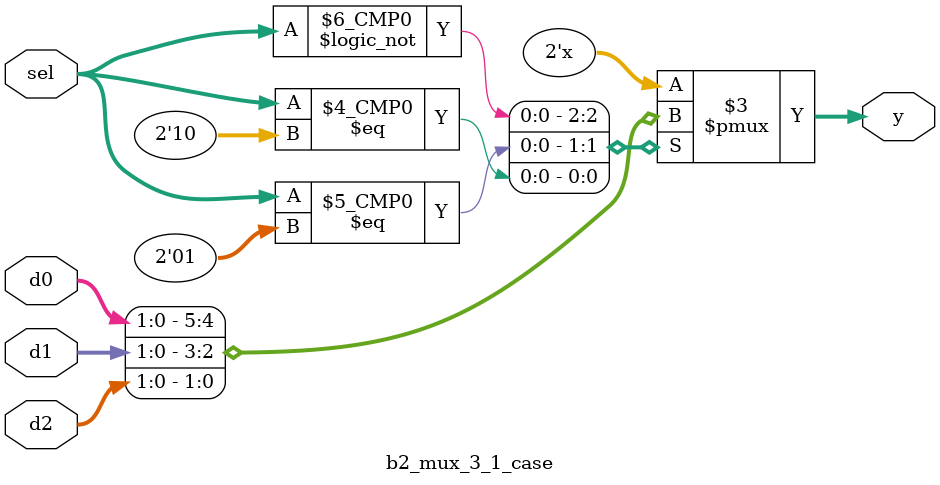
<source format=v>
`timescale 1ns / 1ps


module b2_mux_3_1_case(
    input [1:0] d0, d1, d2,
    input [1:0] sel,
    output reg [1:0] y
    );
    always @(*)
    begin
        case (sel)
            2'b00 : y = d0;
            2'b01 : y = d1;
            2'b10 : y = d2;
            default : y = 2'bxx;
        endcase
    end
endmodule

</source>
